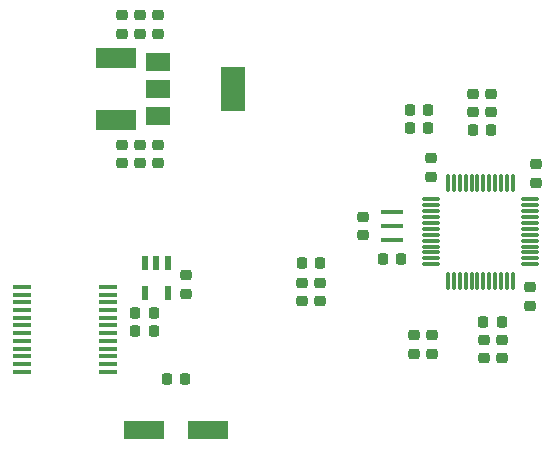
<source format=gbr>
G04 #@! TF.GenerationSoftware,KiCad,Pcbnew,8.0.1-rc1*
G04 #@! TF.CreationDate,2024-03-28T09:47:17-05:00*
G04 #@! TF.ProjectId,motor_control,6d6f746f-725f-4636-9f6e-74726f6c2e6b,1.0*
G04 #@! TF.SameCoordinates,Original*
G04 #@! TF.FileFunction,Paste,Top*
G04 #@! TF.FilePolarity,Positive*
%FSLAX46Y46*%
G04 Gerber Fmt 4.6, Leading zero omitted, Abs format (unit mm)*
G04 Created by KiCad (PCBNEW 8.0.1-rc1) date 2024-03-28 09:47:17*
%MOMM*%
%LPD*%
G01*
G04 APERTURE LIST*
G04 Aperture macros list*
%AMRoundRect*
0 Rectangle with rounded corners*
0 $1 Rounding radius*
0 $2 $3 $4 $5 $6 $7 $8 $9 X,Y pos of 4 corners*
0 Add a 4 corners polygon primitive as box body*
4,1,4,$2,$3,$4,$5,$6,$7,$8,$9,$2,$3,0*
0 Add four circle primitives for the rounded corners*
1,1,$1+$1,$2,$3*
1,1,$1+$1,$4,$5*
1,1,$1+$1,$6,$7*
1,1,$1+$1,$8,$9*
0 Add four rect primitives between the rounded corners*
20,1,$1+$1,$2,$3,$4,$5,0*
20,1,$1+$1,$4,$5,$6,$7,0*
20,1,$1+$1,$6,$7,$8,$9,0*
20,1,$1+$1,$8,$9,$2,$3,0*%
G04 Aperture macros list end*
%ADD10RoundRect,0.218750X-0.256250X0.218750X-0.256250X-0.218750X0.256250X-0.218750X0.256250X0.218750X0*%
%ADD11RoundRect,0.218750X-0.218750X-0.256250X0.218750X-0.256250X0.218750X0.256250X-0.218750X0.256250X0*%
%ADD12RoundRect,0.218750X0.256250X-0.218750X0.256250X0.218750X-0.256250X0.218750X-0.256250X-0.218750X0*%
%ADD13R,1.900000X0.400000*%
%ADD14RoundRect,0.218750X0.218750X0.256250X-0.218750X0.256250X-0.218750X-0.256250X0.218750X-0.256250X0*%
%ADD15R,3.500000X1.600000*%
%ADD16R,2.000000X1.500000*%
%ADD17R,2.000000X3.800000*%
%ADD18RoundRect,0.088500X-0.206500X0.516500X-0.206500X-0.516500X0.206500X-0.516500X0.206500X0.516500X0*%
%ADD19RoundRect,0.075000X-0.662500X-0.075000X0.662500X-0.075000X0.662500X0.075000X-0.662500X0.075000X0*%
%ADD20RoundRect,0.075000X-0.075000X-0.662500X0.075000X-0.662500X0.075000X0.662500X-0.075000X0.662500X0*%
%ADD21R,1.500000X0.400000*%
%ADD22R,3.505200X1.778000*%
G04 APERTURE END LIST*
D10*
X164719000Y-103733500D03*
X164719000Y-105308500D03*
D11*
X133959500Y-111506000D03*
X135534500Y-111506000D03*
D12*
X131699000Y-82296000D03*
X131699000Y-80721000D03*
D11*
X154533500Y-90297000D03*
X156108500Y-90297000D03*
D10*
X133223000Y-91668500D03*
X133223000Y-93243500D03*
X145415000Y-103352500D03*
X145415000Y-104927500D03*
D12*
X130175000Y-82296000D03*
X130175000Y-80721000D03*
D13*
X153035000Y-97352000D03*
X153035000Y-98552000D03*
X153035000Y-99752000D03*
D10*
X150622000Y-97764500D03*
X150622000Y-99339500D03*
D12*
X133223000Y-82296000D03*
X133223000Y-80721000D03*
D11*
X145389500Y-101727000D03*
X146964500Y-101727000D03*
D12*
X156464000Y-109372500D03*
X156464000Y-107797500D03*
D10*
X161417000Y-87350500D03*
X161417000Y-88925500D03*
D14*
X132867500Y-107442000D03*
X131292500Y-107442000D03*
D15*
X137447000Y-115824000D03*
X132047000Y-115824000D03*
D16*
X133248000Y-84695000D03*
X133248000Y-86995000D03*
D17*
X139548000Y-86995000D03*
D16*
X133248000Y-89295000D03*
D10*
X131699000Y-91668500D03*
X131699000Y-93243500D03*
X160807500Y-108178500D03*
X160807500Y-109753500D03*
D12*
X135636000Y-104292500D03*
X135636000Y-102717500D03*
D14*
X156108500Y-88773000D03*
X154533500Y-88773000D03*
D12*
X162331500Y-109753500D03*
X162331500Y-108178500D03*
D11*
X159867500Y-90424000D03*
X161442500Y-90424000D03*
D18*
X134046000Y-101700000D03*
X133096000Y-101700000D03*
X132146000Y-101700000D03*
X132146000Y-104210000D03*
X134046000Y-104210000D03*
D19*
X156365500Y-96310000D03*
X156365500Y-96810000D03*
X156365500Y-97310000D03*
X156365500Y-97810000D03*
X156365500Y-98310000D03*
X156365500Y-98810000D03*
X156365500Y-99310000D03*
X156365500Y-99810000D03*
X156365500Y-100310000D03*
X156365500Y-100810000D03*
X156365500Y-101310000D03*
X156365500Y-101810000D03*
D20*
X157778000Y-103222500D03*
X158278000Y-103222500D03*
X158778000Y-103222500D03*
X159278000Y-103222500D03*
X159778000Y-103222500D03*
X160278000Y-103222500D03*
X160778000Y-103222500D03*
X161278000Y-103222500D03*
X161778000Y-103222500D03*
X162278000Y-103222500D03*
X162778000Y-103222500D03*
X163278000Y-103222500D03*
D19*
X164690500Y-101810000D03*
X164690500Y-101310000D03*
X164690500Y-100810000D03*
X164690500Y-100310000D03*
X164690500Y-99810000D03*
X164690500Y-99310000D03*
X164690500Y-98810000D03*
X164690500Y-98310000D03*
X164690500Y-97810000D03*
X164690500Y-97310000D03*
X164690500Y-96810000D03*
X164690500Y-96310000D03*
D20*
X163278000Y-94897500D03*
X162778000Y-94897500D03*
X162278000Y-94897500D03*
X161778000Y-94897500D03*
X161278000Y-94897500D03*
X160778000Y-94897500D03*
X160278000Y-94897500D03*
X159778000Y-94897500D03*
X159278000Y-94897500D03*
X158778000Y-94897500D03*
X158278000Y-94897500D03*
X157778000Y-94897500D03*
D12*
X154940000Y-109372500D03*
X154940000Y-107797500D03*
D14*
X153822500Y-101346000D03*
X152247500Y-101346000D03*
D12*
X156337000Y-94386500D03*
X156337000Y-92811500D03*
X165227000Y-94894500D03*
X165227000Y-93319500D03*
D11*
X160782000Y-106680000D03*
X162357000Y-106680000D03*
D10*
X130166000Y-91668500D03*
X130166000Y-93243500D03*
D12*
X159893000Y-88925500D03*
X159893000Y-87350500D03*
D21*
X121724000Y-103740000D03*
X121724000Y-104390000D03*
X121724000Y-105040000D03*
X121724000Y-105690000D03*
X121724000Y-106340000D03*
X121724000Y-106990000D03*
X121724000Y-107640000D03*
X121724000Y-108290000D03*
X121724000Y-108940000D03*
X121724000Y-109590000D03*
X121724000Y-110240000D03*
X121724000Y-110890000D03*
X128974000Y-110890000D03*
X128974000Y-110240000D03*
X128974000Y-109590000D03*
X128974000Y-108940000D03*
X128974000Y-108290000D03*
X128974000Y-107640000D03*
X128974000Y-106990000D03*
X128974000Y-106340000D03*
X128974000Y-105690000D03*
X128974000Y-105040000D03*
X128974000Y-104390000D03*
X128974000Y-103740000D03*
D22*
X129667000Y-89611200D03*
X129667000Y-84378800D03*
D10*
X146939000Y-103352500D03*
X146939000Y-104927500D03*
D14*
X132867500Y-105918000D03*
X131292500Y-105918000D03*
M02*

</source>
